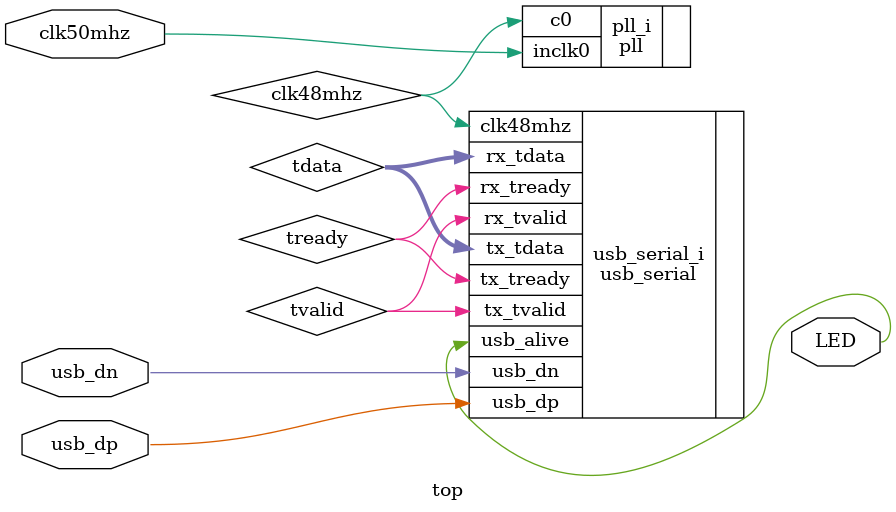
<source format=sv>

module top(
    input   clk50mhz,       // 50MHz input from oscillator.
    inout   usb_dp, usb_dn, // USB D+/D- signal, please pull up D+ with a 10k resistor externally.
    output  LED             // a LED to indicate whether USB is plug in a host.
);

wire        clk48mhz;

wire        tvalid;
wire        tready;
wire [7:0]  tdata;

pll pll_i(
    .inclk0     ( clk50mhz ),
    .c0         ( clk48mhz )
);

usb_serial usb_serial_i(
    .clk48mhz   ( clk48mhz ),
    .usb_dp     ( usb_dp   ),
    .usb_dn     ( usb_dn   ),
    .usb_alive  ( LED      ),
    // connect the rx interface,
    .rx_tvalid  ( tvalid   ),
    .rx_tready  ( tready   ),
    .rx_tdata   ( tdata    ),
    // loopback to the tx interface
    .tx_tvalid  ( tvalid   ),
    .tx_tready  ( tready   ),
    .tx_tdata   ( tdata    )
);

endmodule

</source>
